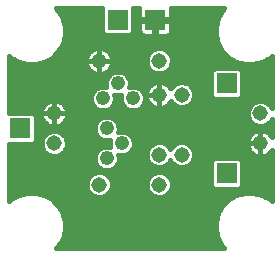
<source format=gtl>
G75*
G70*
%OFA0B0*%
%FSLAX24Y24*%
%IPPOS*%
%LPD*%
%AMOC8*
5,1,8,0,0,1.08239X$1,22.5*
%
%ADD10C,0.0476*%
%ADD11C,0.0515*%
%ADD12R,0.0709X0.0709*%
%ADD13C,0.0160*%
D10*
X003850Y004160D03*
X004350Y004660D03*
X003850Y005160D03*
X003725Y006160D03*
X004225Y006660D03*
X004725Y006160D03*
D11*
X005600Y006285D03*
X006350Y006285D03*
X005600Y007410D03*
X003600Y007410D03*
X002100Y005660D03*
X002100Y004660D03*
X003600Y003285D03*
X005600Y003285D03*
X005600Y004285D03*
X006350Y004285D03*
X008975Y004660D03*
X008975Y005660D03*
D12*
X007850Y006660D03*
X005475Y008785D03*
X004225Y008785D03*
X000975Y005160D03*
X007850Y003660D03*
D13*
X002238Y001229D02*
X002170Y001160D01*
X007780Y001160D01*
X007712Y001229D01*
X007566Y001482D01*
X007490Y001764D01*
X007490Y002056D01*
X007566Y002339D01*
X007712Y002592D01*
X007918Y002798D01*
X008172Y002944D01*
X008454Y003020D01*
X008746Y003020D01*
X009028Y002944D01*
X009282Y002798D01*
X009350Y002730D01*
X009350Y004433D01*
X009349Y004431D01*
X009309Y004375D01*
X009260Y004327D01*
X009204Y004286D01*
X009143Y004255D01*
X009077Y004233D01*
X009009Y004223D01*
X008975Y004223D01*
X008975Y004660D01*
X008975Y004660D01*
X008975Y004223D01*
X008941Y004223D01*
X008873Y004233D01*
X008807Y004255D01*
X008746Y004286D01*
X008690Y004327D01*
X008641Y004375D01*
X008601Y004431D01*
X008570Y004492D01*
X008548Y004558D01*
X008538Y004626D01*
X008538Y004660D01*
X008975Y004660D01*
X008975Y004660D01*
X008538Y004660D01*
X008538Y004695D01*
X008548Y004763D01*
X008570Y004828D01*
X008601Y004889D01*
X008641Y004945D01*
X008690Y004994D01*
X008746Y005034D01*
X008807Y005066D01*
X008873Y005087D01*
X008941Y005098D01*
X008975Y005098D01*
X008975Y004660D01*
X008975Y004660D01*
X008975Y005098D01*
X009009Y005098D01*
X009077Y005087D01*
X009143Y005066D01*
X009204Y005034D01*
X009260Y004994D01*
X009309Y004945D01*
X009349Y004889D01*
X009350Y004888D01*
X009350Y005475D01*
X009329Y005424D01*
X009211Y005306D01*
X009058Y005243D01*
X008892Y005243D01*
X008739Y005306D01*
X008621Y005424D01*
X008558Y005577D01*
X008558Y005743D01*
X008621Y005897D01*
X008739Y006014D01*
X008892Y006078D01*
X009058Y006078D01*
X009211Y006014D01*
X009329Y005897D01*
X009350Y005846D01*
X009350Y007591D01*
X009282Y007522D01*
X009028Y007376D01*
X008746Y007300D01*
X008454Y007300D01*
X008172Y007376D01*
X007918Y007522D01*
X007712Y007729D01*
X007566Y007982D01*
X007490Y008264D01*
X007490Y008556D01*
X007566Y008839D01*
X007712Y009092D01*
X007780Y009160D01*
X006009Y009160D01*
X006009Y008823D01*
X005513Y008823D01*
X005513Y008747D01*
X005513Y008251D01*
X005853Y008251D01*
X005899Y008263D01*
X005940Y008287D01*
X005973Y008320D01*
X005997Y008361D01*
X006009Y008407D01*
X006009Y008747D01*
X005513Y008747D01*
X005437Y008747D01*
X005437Y008251D01*
X005097Y008251D01*
X005051Y008263D01*
X005010Y008287D01*
X004977Y008320D01*
X004953Y008361D01*
X004941Y008407D01*
X004941Y008747D01*
X005437Y008747D01*
X005437Y008823D01*
X004941Y008823D01*
X004941Y009160D01*
X004739Y009160D01*
X004739Y008365D01*
X004646Y008271D01*
X003804Y008271D01*
X003711Y008365D01*
X003711Y009160D01*
X002170Y009160D01*
X002238Y009092D01*
X002384Y008839D01*
X002460Y008556D01*
X002460Y008264D01*
X002384Y007982D01*
X002238Y007729D01*
X002032Y007522D01*
X001778Y007376D01*
X001496Y007300D01*
X001204Y007300D01*
X000922Y007376D01*
X000668Y007522D01*
X000600Y007591D01*
X000600Y005675D01*
X001396Y005675D01*
X001489Y005581D01*
X001489Y004740D01*
X001396Y004646D01*
X000600Y004646D01*
X000600Y002730D01*
X000668Y002798D01*
X000922Y002944D01*
X001204Y003020D01*
X001496Y003020D01*
X001778Y002944D01*
X002032Y002798D01*
X002238Y002592D01*
X002384Y002339D01*
X002460Y002056D01*
X002460Y001764D01*
X002384Y001482D01*
X002238Y001229D01*
X002276Y001294D02*
X007674Y001294D01*
X007583Y001453D02*
X002367Y001453D01*
X002419Y001611D02*
X007531Y001611D01*
X007490Y001770D02*
X002460Y001770D01*
X002460Y001928D02*
X007490Y001928D01*
X007498Y002087D02*
X002452Y002087D01*
X002409Y002245D02*
X007541Y002245D01*
X007603Y002404D02*
X002347Y002404D01*
X002255Y002562D02*
X007695Y002562D01*
X007841Y002721D02*
X002109Y002721D01*
X001891Y002879D02*
X003489Y002879D01*
X003517Y002868D02*
X003683Y002868D01*
X003836Y002931D01*
X003954Y003049D01*
X004017Y003202D01*
X004017Y003368D01*
X003954Y003522D01*
X003836Y003639D01*
X003683Y003703D01*
X003517Y003703D01*
X003364Y003639D01*
X003246Y003522D01*
X003183Y003368D01*
X003183Y003202D01*
X003246Y003049D01*
X003364Y002931D01*
X003517Y002868D01*
X003711Y002879D02*
X005489Y002879D01*
X005517Y002868D02*
X005683Y002868D01*
X005836Y002931D01*
X005954Y003049D01*
X006017Y003202D01*
X006017Y003368D01*
X005954Y003522D01*
X005836Y003639D01*
X005683Y003703D01*
X005517Y003703D01*
X005364Y003639D01*
X005246Y003522D01*
X005183Y003368D01*
X005183Y003202D01*
X005246Y003049D01*
X005364Y002931D01*
X005517Y002868D01*
X005711Y002879D02*
X008059Y002879D01*
X008271Y003146D02*
X008364Y003240D01*
X008364Y004081D01*
X008271Y004175D01*
X007429Y004175D01*
X007336Y004081D01*
X007336Y003240D01*
X007429Y003146D01*
X008271Y003146D01*
X008321Y003196D02*
X009350Y003196D01*
X009350Y003038D02*
X005943Y003038D01*
X006015Y003196D02*
X007379Y003196D01*
X007336Y003355D02*
X006017Y003355D01*
X005957Y003513D02*
X007336Y003513D01*
X007336Y003672D02*
X005758Y003672D01*
X005683Y003868D02*
X005517Y003868D01*
X005364Y003931D01*
X005246Y004049D01*
X005183Y004202D01*
X005183Y004368D01*
X005246Y004522D01*
X005364Y004639D01*
X005517Y004703D01*
X005683Y004703D01*
X005836Y004639D01*
X005954Y004522D01*
X005975Y004471D01*
X005996Y004522D01*
X006114Y004639D01*
X006267Y004703D01*
X006433Y004703D01*
X006586Y004639D01*
X006704Y004522D01*
X006767Y004368D01*
X006767Y004202D01*
X006704Y004049D01*
X006586Y003931D01*
X006433Y003868D01*
X006267Y003868D01*
X006114Y003931D01*
X005996Y004049D01*
X005975Y004100D01*
X005954Y004049D01*
X005836Y003931D01*
X005683Y003868D01*
X005894Y003989D02*
X006056Y003989D01*
X006644Y003989D02*
X007336Y003989D01*
X007336Y003830D02*
X004083Y003830D01*
X004075Y003823D02*
X004187Y003935D01*
X004248Y004081D01*
X004248Y004239D01*
X004231Y004279D01*
X004271Y004262D01*
X004429Y004262D01*
X004575Y004323D01*
X004687Y004435D01*
X004748Y004581D01*
X004748Y004739D01*
X004687Y004886D01*
X004575Y004997D01*
X004429Y005058D01*
X004271Y005058D01*
X004231Y005042D01*
X004248Y005081D01*
X004248Y005239D01*
X004187Y005386D01*
X004075Y005497D01*
X003929Y005558D01*
X003771Y005558D01*
X003625Y005497D01*
X003513Y005386D01*
X003452Y005239D01*
X003452Y005081D01*
X003513Y004935D01*
X003625Y004823D01*
X003771Y004762D01*
X003929Y004762D01*
X003969Y004779D01*
X003952Y004739D01*
X003952Y004581D01*
X003969Y004542D01*
X003929Y004558D01*
X003771Y004558D01*
X003625Y004497D01*
X003513Y004386D01*
X003452Y004239D01*
X003452Y004081D01*
X003513Y003935D01*
X003625Y003823D01*
X003771Y003762D01*
X003929Y003762D01*
X004075Y003823D01*
X004210Y003989D02*
X005306Y003989D01*
X005205Y004147D02*
X004248Y004147D01*
X004534Y004306D02*
X005183Y004306D01*
X005222Y004464D02*
X004699Y004464D01*
X004748Y004623D02*
X005347Y004623D01*
X005853Y004623D02*
X006097Y004623D01*
X006603Y004623D02*
X008538Y004623D01*
X008584Y004464D02*
X006728Y004464D01*
X006767Y004306D02*
X008719Y004306D01*
X008975Y004306D02*
X008975Y004306D01*
X008975Y004464D02*
X008975Y004464D01*
X008975Y004623D02*
X008975Y004623D01*
X008975Y004781D02*
X008975Y004781D01*
X008975Y004940D02*
X008975Y004940D01*
X008858Y005257D02*
X004241Y005257D01*
X004248Y005098D02*
X009350Y005098D01*
X009350Y005257D02*
X009092Y005257D01*
X009320Y005415D02*
X009350Y005415D01*
X009350Y004940D02*
X009313Y004940D01*
X009350Y004306D02*
X009231Y004306D01*
X009350Y004147D02*
X008298Y004147D01*
X008364Y003989D02*
X009350Y003989D01*
X009350Y003830D02*
X008364Y003830D01*
X008364Y003672D02*
X009350Y003672D01*
X009350Y003513D02*
X008364Y003513D01*
X008364Y003355D02*
X009350Y003355D01*
X009350Y002879D02*
X009141Y002879D01*
X007402Y004147D02*
X006745Y004147D01*
X005442Y003672D02*
X003758Y003672D01*
X003617Y003830D02*
X000600Y003830D01*
X000600Y003989D02*
X003490Y003989D01*
X003452Y004147D02*
X000600Y004147D01*
X000600Y004306D02*
X001865Y004306D01*
X001864Y004306D02*
X002017Y004243D01*
X002183Y004243D01*
X002336Y004306D01*
X002454Y004424D01*
X002517Y004577D01*
X002517Y004743D01*
X002454Y004897D01*
X002336Y005014D01*
X002183Y005078D01*
X002017Y005078D01*
X001864Y005014D01*
X001746Y004897D01*
X001683Y004743D01*
X001683Y004577D01*
X001746Y004424D01*
X001864Y004306D01*
X001729Y004464D02*
X000600Y004464D01*
X000600Y004623D02*
X001683Y004623D01*
X001698Y004781D02*
X001489Y004781D01*
X001489Y004940D02*
X001789Y004940D01*
X001489Y005098D02*
X003452Y005098D01*
X003459Y005257D02*
X002272Y005257D01*
X002268Y005255D02*
X002329Y005286D01*
X002385Y005327D01*
X002434Y005375D01*
X002474Y005431D01*
X002505Y005492D01*
X002527Y005558D01*
X002537Y005626D01*
X002537Y005660D01*
X002100Y005660D01*
X002100Y005223D01*
X002134Y005223D01*
X002202Y005233D01*
X002268Y005255D01*
X002100Y005257D02*
X002100Y005257D01*
X002100Y005223D02*
X002100Y005660D01*
X002100Y005660D01*
X001663Y005660D01*
X001663Y005626D01*
X001673Y005558D01*
X001695Y005492D01*
X001726Y005431D01*
X001766Y005375D01*
X001815Y005327D01*
X001871Y005286D01*
X001932Y005255D01*
X001998Y005233D01*
X002066Y005223D01*
X002100Y005223D01*
X001928Y005257D02*
X001489Y005257D01*
X001489Y005415D02*
X001737Y005415D01*
X001671Y005574D02*
X001489Y005574D01*
X001663Y005660D02*
X002100Y005660D01*
X002100Y005660D01*
X002100Y005660D01*
X002537Y005660D01*
X002537Y005695D01*
X002527Y005763D01*
X002505Y005828D01*
X002474Y005889D01*
X002434Y005945D01*
X002385Y005994D01*
X002329Y006034D01*
X002268Y006066D01*
X002202Y006087D01*
X002134Y006098D01*
X002100Y006098D01*
X002066Y006098D01*
X001998Y006087D01*
X001932Y006066D01*
X001871Y006034D01*
X001815Y005994D01*
X001766Y005945D01*
X001726Y005889D01*
X001695Y005828D01*
X001673Y005763D01*
X001663Y005695D01*
X001663Y005660D01*
X001668Y005732D02*
X000600Y005732D01*
X000600Y005891D02*
X001727Y005891D01*
X001900Y006049D02*
X000600Y006049D01*
X000600Y006208D02*
X003327Y006208D01*
X003327Y006239D02*
X003327Y006081D01*
X003388Y005935D01*
X003500Y005823D01*
X003646Y005762D01*
X003804Y005762D01*
X003950Y005823D01*
X004062Y005935D01*
X004123Y006081D01*
X004123Y006239D01*
X004106Y006279D01*
X004146Y006262D01*
X004304Y006262D01*
X004344Y006279D01*
X004327Y006239D01*
X004327Y006081D01*
X004388Y005935D01*
X004500Y005823D01*
X004646Y005762D01*
X004804Y005762D01*
X004950Y005823D01*
X005062Y005935D01*
X005123Y006081D01*
X005123Y006239D01*
X005062Y006386D01*
X004950Y006497D01*
X004804Y006558D01*
X004646Y006558D01*
X004606Y006542D01*
X004623Y006581D01*
X004623Y006739D01*
X004562Y006886D01*
X004450Y006997D01*
X004304Y007058D01*
X004146Y007058D01*
X004000Y006997D01*
X003888Y006886D01*
X003827Y006739D01*
X003827Y006581D01*
X003844Y006542D01*
X003804Y006558D01*
X003646Y006558D01*
X003500Y006497D01*
X003388Y006386D01*
X003327Y006239D01*
X003380Y006366D02*
X000600Y006366D01*
X000600Y006525D02*
X003566Y006525D01*
X003827Y006683D02*
X000600Y006683D01*
X000600Y006842D02*
X003870Y006842D01*
X003768Y007005D02*
X003829Y007036D01*
X003885Y007077D01*
X003934Y007125D01*
X003974Y007181D01*
X004005Y007242D01*
X004027Y007308D01*
X004037Y007376D01*
X004037Y007410D01*
X003600Y007410D01*
X003600Y006973D01*
X003634Y006973D01*
X003702Y006983D01*
X003768Y007005D01*
X003754Y007000D02*
X004006Y007000D01*
X003958Y007159D02*
X005261Y007159D01*
X005246Y007174D02*
X005364Y007056D01*
X005517Y006993D01*
X005683Y006993D01*
X005836Y007056D01*
X005954Y007174D01*
X006017Y007327D01*
X006017Y007493D01*
X005954Y007647D01*
X005836Y007764D01*
X005683Y007828D01*
X005517Y007828D01*
X005364Y007764D01*
X005246Y007647D01*
X005183Y007493D01*
X005183Y007327D01*
X005246Y007174D01*
X005187Y007317D02*
X004028Y007317D01*
X004037Y007410D02*
X004037Y007445D01*
X004027Y007513D01*
X004005Y007578D01*
X003974Y007639D01*
X003934Y007695D01*
X003885Y007744D01*
X003829Y007784D01*
X003768Y007816D01*
X003702Y007837D01*
X003634Y007848D01*
X003600Y007848D01*
X003566Y007848D01*
X003498Y007837D01*
X003432Y007816D01*
X003371Y007784D01*
X003315Y007744D01*
X003266Y007695D01*
X003226Y007639D01*
X003195Y007578D01*
X003173Y007513D01*
X003163Y007445D01*
X003163Y007410D01*
X003163Y007376D01*
X003173Y007308D01*
X003195Y007242D01*
X003226Y007181D01*
X003266Y007125D01*
X003315Y007077D01*
X003371Y007036D01*
X003432Y007005D01*
X003498Y006983D01*
X003566Y006973D01*
X003600Y006973D01*
X003600Y007410D01*
X003600Y007410D01*
X003600Y007410D01*
X003163Y007410D01*
X003600Y007410D01*
X003600Y007410D01*
X004037Y007410D01*
X004033Y007476D02*
X005183Y007476D01*
X005241Y007634D02*
X003977Y007634D01*
X003813Y007793D02*
X005433Y007793D01*
X005767Y007793D02*
X007675Y007793D01*
X007583Y007951D02*
X002367Y007951D01*
X002419Y008110D02*
X007531Y008110D01*
X007490Y008268D02*
X005908Y008268D01*
X006009Y008427D02*
X007490Y008427D01*
X007498Y008585D02*
X006009Y008585D01*
X006009Y008744D02*
X007540Y008744D01*
X007602Y008902D02*
X006009Y008902D01*
X006009Y009061D02*
X007694Y009061D01*
X007806Y007634D02*
X005959Y007634D01*
X006017Y007476D02*
X007999Y007476D01*
X008271Y007175D02*
X007429Y007175D01*
X007336Y007081D01*
X007336Y006240D01*
X007429Y006146D01*
X008271Y006146D01*
X008364Y006240D01*
X008364Y007081D01*
X008271Y007175D01*
X008286Y007159D02*
X009350Y007159D01*
X009350Y007317D02*
X008809Y007317D01*
X008391Y007317D02*
X006013Y007317D01*
X005939Y007159D02*
X007414Y007159D01*
X007336Y007000D02*
X005701Y007000D01*
X005499Y007000D02*
X004444Y007000D01*
X004580Y006842D02*
X007336Y006842D01*
X007336Y006683D02*
X006480Y006683D01*
X006433Y006703D02*
X006267Y006703D01*
X006114Y006639D01*
X005996Y006522D01*
X005985Y006494D01*
X005974Y006514D01*
X005934Y006570D01*
X005885Y006619D01*
X005829Y006659D01*
X005768Y006691D01*
X005702Y006712D01*
X005634Y006723D01*
X005600Y006723D01*
X005566Y006723D01*
X005498Y006712D01*
X005432Y006691D01*
X005371Y006659D01*
X005315Y006619D01*
X005266Y006570D01*
X005226Y006514D01*
X005195Y006453D01*
X005173Y006388D01*
X005163Y006320D01*
X005163Y006285D01*
X005163Y006251D01*
X005173Y006183D01*
X005195Y006117D01*
X005226Y006056D01*
X005266Y006000D01*
X005315Y005952D01*
X005371Y005911D01*
X005432Y005880D01*
X005498Y005858D01*
X005566Y005848D01*
X005600Y005848D01*
X005634Y005848D01*
X005702Y005858D01*
X005768Y005880D01*
X005829Y005911D01*
X005885Y005952D01*
X005934Y006000D01*
X005974Y006056D01*
X005985Y006076D01*
X005996Y006049D01*
X005969Y006049D01*
X005996Y006049D02*
X006114Y005931D01*
X006267Y005868D01*
X006433Y005868D01*
X006586Y005931D01*
X006704Y006049D01*
X008823Y006049D01*
X008619Y005891D02*
X006489Y005891D01*
X006704Y006049D02*
X006767Y006202D01*
X006767Y006368D01*
X006704Y006522D01*
X006586Y006639D01*
X006433Y006703D01*
X006220Y006683D02*
X005782Y006683D01*
X005600Y006683D02*
X005600Y006683D01*
X005600Y006723D02*
X005600Y006285D01*
X005600Y005848D01*
X005600Y006285D01*
X005600Y006285D01*
X005163Y006285D01*
X005600Y006285D01*
X005600Y006285D01*
X005600Y006723D01*
X005418Y006683D02*
X004623Y006683D01*
X004884Y006525D02*
X005233Y006525D01*
X005170Y006366D02*
X005070Y006366D01*
X005123Y006208D02*
X005169Y006208D01*
X005110Y006049D02*
X005231Y006049D01*
X005411Y005891D02*
X005018Y005891D01*
X005600Y005891D02*
X005600Y005891D01*
X005600Y006049D02*
X005600Y006049D01*
X005600Y006208D02*
X005600Y006208D01*
X005600Y006285D02*
X005600Y006285D01*
X005600Y006366D02*
X005600Y006366D01*
X005600Y006525D02*
X005600Y006525D01*
X005967Y006525D02*
X005999Y006525D01*
X005789Y005891D02*
X006211Y005891D01*
X006767Y006208D02*
X007368Y006208D01*
X007336Y006366D02*
X006767Y006366D01*
X006701Y006525D02*
X007336Y006525D01*
X008332Y006208D02*
X009350Y006208D01*
X009350Y006366D02*
X008364Y006366D01*
X008364Y006525D02*
X009350Y006525D01*
X009350Y006683D02*
X008364Y006683D01*
X008364Y006842D02*
X009350Y006842D01*
X009350Y007000D02*
X008364Y007000D01*
X009201Y007476D02*
X009350Y007476D01*
X009350Y006049D02*
X009127Y006049D01*
X009331Y005891D02*
X009350Y005891D01*
X008558Y005732D02*
X002532Y005732D01*
X002529Y005574D02*
X008559Y005574D01*
X008630Y005415D02*
X004158Y005415D01*
X004018Y005891D02*
X004432Y005891D01*
X004340Y006049D02*
X004110Y006049D01*
X004123Y006208D02*
X004327Y006208D01*
X003600Y007000D02*
X003600Y007000D01*
X003446Y007000D02*
X000600Y007000D01*
X000600Y007159D02*
X003242Y007159D01*
X003172Y007317D02*
X001559Y007317D01*
X001141Y007317D02*
X000600Y007317D01*
X000600Y007476D02*
X000749Y007476D01*
X001951Y007476D02*
X003167Y007476D01*
X003223Y007634D02*
X002144Y007634D01*
X002275Y007793D02*
X003387Y007793D01*
X003600Y007793D02*
X003600Y007793D01*
X003600Y007848D02*
X003600Y007410D01*
X003600Y007410D01*
X003600Y007848D01*
X003600Y007634D02*
X003600Y007634D01*
X003600Y007476D02*
X003600Y007476D01*
X003600Y007317D02*
X003600Y007317D01*
X003600Y007159D02*
X003600Y007159D01*
X003340Y006049D02*
X002300Y006049D01*
X002473Y005891D02*
X003432Y005891D01*
X003542Y005415D02*
X002463Y005415D01*
X002100Y005415D02*
X002100Y005415D01*
X002100Y005574D02*
X002100Y005574D01*
X002100Y005660D02*
X002100Y006098D01*
X002100Y005660D01*
X002100Y005660D01*
X002100Y005732D02*
X002100Y005732D01*
X002100Y005891D02*
X002100Y005891D01*
X002100Y006049D02*
X002100Y006049D01*
X002411Y004940D02*
X003511Y004940D01*
X003725Y004781D02*
X002502Y004781D01*
X002517Y004623D02*
X003952Y004623D01*
X003591Y004464D02*
X002471Y004464D01*
X002335Y004306D02*
X003480Y004306D01*
X003442Y003672D02*
X000600Y003672D01*
X000600Y003513D02*
X003243Y003513D01*
X003183Y003355D02*
X000600Y003355D01*
X000600Y003196D02*
X003185Y003196D01*
X003257Y003038D02*
X000600Y003038D01*
X000600Y002879D02*
X000809Y002879D01*
X003943Y003038D02*
X005257Y003038D01*
X005185Y003196D02*
X004015Y003196D01*
X004017Y003355D02*
X005183Y003355D01*
X005243Y003513D02*
X003957Y003513D01*
X004730Y004781D02*
X008554Y004781D01*
X008637Y004940D02*
X004633Y004940D01*
X005042Y008268D02*
X002460Y008268D01*
X002460Y008427D02*
X003711Y008427D01*
X003711Y008585D02*
X002452Y008585D01*
X002410Y008744D02*
X003711Y008744D01*
X003711Y008902D02*
X002348Y008902D01*
X002256Y009061D02*
X003711Y009061D01*
X004739Y009061D02*
X004941Y009061D01*
X004941Y008902D02*
X004739Y008902D01*
X004739Y008744D02*
X004941Y008744D01*
X004941Y008585D02*
X004739Y008585D01*
X004739Y008427D02*
X004941Y008427D01*
X005437Y008427D02*
X005513Y008427D01*
X005513Y008268D02*
X005437Y008268D01*
X005437Y008585D02*
X005513Y008585D01*
X005513Y008744D02*
X005437Y008744D01*
M02*

</source>
